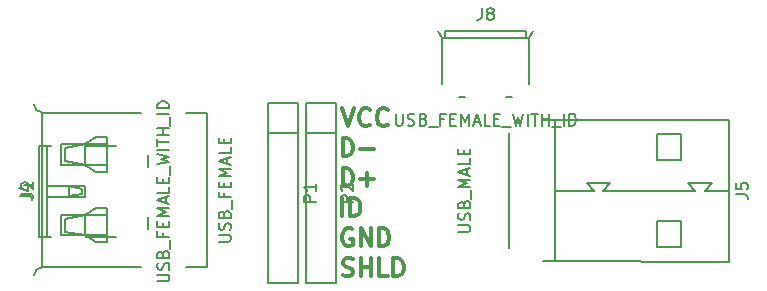
<source format=gto>
G04 #@! TF.FileFunction,Legend,Top*
%FSLAX46Y46*%
G04 Gerber Fmt 4.6, Leading zero omitted, Abs format (unit mm)*
G04 Created by KiCad (PCBNEW (2015-01-08 BZR 5360)-product) date 2015-02-07T22:59:37 CET*
%MOMM*%
G01*
G04 APERTURE LIST*
%ADD10C,0.100000*%
%ADD11C,0.300000*%
%ADD12C,0.150000*%
G04 APERTURE END LIST*
D10*
D11*
X84995000Y-65853571D02*
X85495000Y-67353571D01*
X85995000Y-65853571D01*
X87352143Y-67210714D02*
X87280714Y-67282143D01*
X87066428Y-67353571D01*
X86923571Y-67353571D01*
X86709286Y-67282143D01*
X86566428Y-67139286D01*
X86495000Y-66996429D01*
X86423571Y-66710714D01*
X86423571Y-66496429D01*
X86495000Y-66210714D01*
X86566428Y-66067857D01*
X86709286Y-65925000D01*
X86923571Y-65853571D01*
X87066428Y-65853571D01*
X87280714Y-65925000D01*
X87352143Y-65996429D01*
X88852143Y-67210714D02*
X88780714Y-67282143D01*
X88566428Y-67353571D01*
X88423571Y-67353571D01*
X88209286Y-67282143D01*
X88066428Y-67139286D01*
X87995000Y-66996429D01*
X87923571Y-66710714D01*
X87923571Y-66496429D01*
X87995000Y-66210714D01*
X88066428Y-66067857D01*
X88209286Y-65925000D01*
X88423571Y-65853571D01*
X88566428Y-65853571D01*
X88780714Y-65925000D01*
X88852143Y-65996429D01*
X85038572Y-69893571D02*
X85038572Y-68393571D01*
X85395715Y-68393571D01*
X85610000Y-68465000D01*
X85752858Y-68607857D01*
X85824286Y-68750714D01*
X85895715Y-69036429D01*
X85895715Y-69250714D01*
X85824286Y-69536429D01*
X85752858Y-69679286D01*
X85610000Y-69822143D01*
X85395715Y-69893571D01*
X85038572Y-69893571D01*
X86538572Y-69322143D02*
X87681429Y-69322143D01*
X85038572Y-72433571D02*
X85038572Y-70933571D01*
X85395715Y-70933571D01*
X85610000Y-71005000D01*
X85752858Y-71147857D01*
X85824286Y-71290714D01*
X85895715Y-71576429D01*
X85895715Y-71790714D01*
X85824286Y-72076429D01*
X85752858Y-72219286D01*
X85610000Y-72362143D01*
X85395715Y-72433571D01*
X85038572Y-72433571D01*
X86538572Y-71862143D02*
X87681429Y-71862143D01*
X87110000Y-72433571D02*
X87110000Y-71290714D01*
X84975000Y-74973571D02*
X84975000Y-73473571D01*
X85689286Y-74973571D02*
X85689286Y-73473571D01*
X86046429Y-73473571D01*
X86260714Y-73545000D01*
X86403572Y-73687857D01*
X86475000Y-73830714D01*
X86546429Y-74116429D01*
X86546429Y-74330714D01*
X86475000Y-74616429D01*
X86403572Y-74759286D01*
X86260714Y-74902143D01*
X86046429Y-74973571D01*
X85689286Y-74973571D01*
X85852143Y-76085000D02*
X85709286Y-76013571D01*
X85495000Y-76013571D01*
X85280715Y-76085000D01*
X85137857Y-76227857D01*
X85066429Y-76370714D01*
X84995000Y-76656429D01*
X84995000Y-76870714D01*
X85066429Y-77156429D01*
X85137857Y-77299286D01*
X85280715Y-77442143D01*
X85495000Y-77513571D01*
X85637857Y-77513571D01*
X85852143Y-77442143D01*
X85923572Y-77370714D01*
X85923572Y-76870714D01*
X85637857Y-76870714D01*
X86566429Y-77513571D02*
X86566429Y-76013571D01*
X87423572Y-77513571D01*
X87423572Y-76013571D01*
X88137858Y-77513571D02*
X88137858Y-76013571D01*
X88495001Y-76013571D01*
X88709286Y-76085000D01*
X88852144Y-76227857D01*
X88923572Y-76370714D01*
X88995001Y-76656429D01*
X88995001Y-76870714D01*
X88923572Y-77156429D01*
X88852144Y-77299286D01*
X88709286Y-77442143D01*
X88495001Y-77513571D01*
X88137858Y-77513571D01*
X85058571Y-79982143D02*
X85272857Y-80053571D01*
X85630000Y-80053571D01*
X85772857Y-79982143D01*
X85844286Y-79910714D01*
X85915714Y-79767857D01*
X85915714Y-79625000D01*
X85844286Y-79482143D01*
X85772857Y-79410714D01*
X85630000Y-79339286D01*
X85344286Y-79267857D01*
X85201428Y-79196429D01*
X85130000Y-79125000D01*
X85058571Y-78982143D01*
X85058571Y-78839286D01*
X85130000Y-78696429D01*
X85201428Y-78625000D01*
X85344286Y-78553571D01*
X85701428Y-78553571D01*
X85915714Y-78625000D01*
X86558571Y-80053571D02*
X86558571Y-78553571D01*
X86558571Y-79267857D02*
X87415714Y-79267857D01*
X87415714Y-80053571D02*
X87415714Y-78553571D01*
X88844286Y-80053571D02*
X88130000Y-80053571D01*
X88130000Y-78553571D01*
X89344286Y-80053571D02*
X89344286Y-78553571D01*
X89701429Y-78553571D01*
X89915714Y-78625000D01*
X90058572Y-78767857D01*
X90130000Y-78910714D01*
X90201429Y-79196429D01*
X90201429Y-79410714D01*
X90130000Y-79696429D01*
X90058572Y-79839286D01*
X89915714Y-79982143D01*
X89701429Y-80053571D01*
X89344286Y-80053571D01*
D12*
X81280000Y-67945000D02*
X81280000Y-80645000D01*
X81280000Y-80645000D02*
X78740000Y-80645000D01*
X78740000Y-80645000D02*
X78740000Y-67945000D01*
X81280000Y-65405000D02*
X81280000Y-67945000D01*
X81280000Y-67945000D02*
X78740000Y-67945000D01*
X81280000Y-65405000D02*
X78740000Y-65405000D01*
X78740000Y-65405000D02*
X78740000Y-67945000D01*
X84455000Y-67945000D02*
X84455000Y-80645000D01*
X84455000Y-80645000D02*
X81915000Y-80645000D01*
X81915000Y-80645000D02*
X81915000Y-67945000D01*
X84455000Y-65405000D02*
X84455000Y-67945000D01*
X84455000Y-67945000D02*
X81915000Y-67945000D01*
X84455000Y-65405000D02*
X81915000Y-65405000D01*
X81915000Y-65405000D02*
X81915000Y-67945000D01*
X68000000Y-79300000D02*
X59600000Y-79300000D01*
X73600000Y-79300000D02*
X71800000Y-79300000D01*
X68000000Y-66200000D02*
X59600000Y-66200000D01*
X73600000Y-66200000D02*
X71800000Y-66200000D01*
X61200000Y-76600000D02*
X63150000Y-76600000D01*
X61200000Y-74900000D02*
X61200000Y-76600000D01*
X63200000Y-74900000D02*
X61200000Y-74900000D01*
X63200000Y-74900000D02*
X65100000Y-74900000D01*
X63150000Y-76600000D02*
X65100000Y-76600000D01*
X64150000Y-77200000D02*
X63250000Y-76600000D01*
X65100000Y-77200000D02*
X64150000Y-77200000D01*
X64150000Y-74300000D02*
X63250000Y-74900000D01*
X65100000Y-74300000D02*
X64150000Y-74300000D01*
X65100000Y-77200000D02*
X65100000Y-74300000D01*
X63250000Y-74900000D02*
X63250000Y-76600000D01*
X61500000Y-75200000D02*
X61500000Y-76300000D01*
X61500000Y-76300000D02*
X63250000Y-76600000D01*
X61500000Y-75200000D02*
X63250000Y-74900000D01*
X61500000Y-69200000D02*
X63250000Y-68900000D01*
X61500000Y-70300000D02*
X63250000Y-70600000D01*
X61500000Y-69200000D02*
X61500000Y-70300000D01*
X63250000Y-68900000D02*
X63250000Y-70600000D01*
X65100000Y-71200000D02*
X65100000Y-68300000D01*
X65100000Y-68300000D02*
X64150000Y-68300000D01*
X64150000Y-68300000D02*
X63250000Y-68900000D01*
X65100000Y-71200000D02*
X64150000Y-71200000D01*
X64150000Y-71200000D02*
X63250000Y-70600000D01*
X63150000Y-70600000D02*
X65100000Y-70600000D01*
X63200000Y-68900000D02*
X65100000Y-68900000D01*
X63200000Y-68900000D02*
X61200000Y-68900000D01*
X61200000Y-68900000D02*
X61200000Y-70600000D01*
X61200000Y-70600000D02*
X63150000Y-70600000D01*
X59600000Y-79300000D02*
G75*
G03X58900000Y-80000000I0J-700000D01*
G01*
X58900000Y-65500000D02*
G75*
G03X59600000Y-66200000I700000J0D01*
G01*
X73600000Y-66200000D02*
X73600000Y-79300000D01*
X59600000Y-79300000D02*
X59600000Y-66200000D01*
X117760000Y-78810000D02*
X103030000Y-78800000D01*
X103010000Y-66800000D02*
X117760000Y-66800000D01*
X103030000Y-66800000D02*
X102000000Y-66800000D01*
X103030000Y-78800000D02*
X102000000Y-78800000D01*
X99120000Y-67950000D02*
X99120000Y-77650000D01*
X113700000Y-68000000D02*
X111700000Y-68000000D01*
X111700000Y-68000000D02*
X111700000Y-70200000D01*
X111700000Y-70200000D02*
X113700000Y-70200000D01*
X113700000Y-70200000D02*
X113700000Y-68000000D01*
X113700000Y-77600000D02*
X111700000Y-77600000D01*
X111700000Y-77600000D02*
X111700000Y-75400000D01*
X111700000Y-75400000D02*
X113700000Y-75400000D01*
X113700000Y-75400000D02*
X113700000Y-77600000D01*
X103100000Y-72800000D02*
X106300000Y-72800000D01*
X106300000Y-72800000D02*
X105700000Y-72200000D01*
X105700000Y-72200000D02*
X107700000Y-72200000D01*
X107700000Y-72200000D02*
X107100000Y-72800000D01*
X107100000Y-72800000D02*
X114900000Y-72800000D01*
X114900000Y-72800000D02*
X114300000Y-72200000D01*
X114300000Y-72200000D02*
X116300000Y-72200000D01*
X116300000Y-72200000D02*
X115700000Y-72800000D01*
X115700000Y-72800000D02*
X117700000Y-72800000D01*
X103030000Y-78800000D02*
X103030000Y-66800000D01*
X117760000Y-66800000D02*
X117760000Y-78800000D01*
X63350000Y-69050000D02*
X65850000Y-69050000D01*
X59350000Y-69050000D02*
X60350000Y-69050000D01*
X60350000Y-76750000D02*
X59350000Y-76750000D01*
X65850000Y-76750000D02*
X63350000Y-76750000D01*
X68600000Y-75000000D02*
X68600000Y-76050000D01*
X68600000Y-69750000D02*
X68600000Y-70800000D01*
X61900000Y-73300000D02*
X63000000Y-73100000D01*
X63000000Y-73100000D02*
X63000000Y-72700000D01*
X63000000Y-72700000D02*
X61900000Y-72450000D01*
X61900000Y-72450000D02*
X61900000Y-73350000D01*
X60050000Y-72450000D02*
X63250000Y-72450000D01*
X63250000Y-72450000D02*
X63250000Y-73350000D01*
X63250000Y-73350000D02*
X60050000Y-73350000D01*
X60050000Y-69050000D02*
X60050000Y-76750000D01*
X59350000Y-76750000D02*
X59350000Y-69050000D01*
X93450000Y-59900000D02*
X93450000Y-63800000D01*
X100850000Y-63800000D02*
X100850000Y-59900000D01*
X98900000Y-64900000D02*
X99400000Y-64900000D01*
X94900000Y-64900000D02*
X95400000Y-64900000D01*
X93750000Y-59300000D02*
X100550000Y-59300000D01*
X100550000Y-59300000D02*
X100550000Y-59900000D01*
X93750000Y-59300000D02*
X93750000Y-59900000D01*
X93450000Y-59900000D02*
X93150000Y-59300000D01*
X100850000Y-59900000D02*
X101150000Y-59300000D01*
X93450000Y-59900000D02*
X100850000Y-59900000D01*
X82748381Y-73763095D02*
X81748381Y-73763095D01*
X81748381Y-73382142D01*
X81796000Y-73286904D01*
X81843619Y-73239285D01*
X81938857Y-73191666D01*
X82081714Y-73191666D01*
X82176952Y-73239285D01*
X82224571Y-73286904D01*
X82272190Y-73382142D01*
X82272190Y-73763095D01*
X82748381Y-72239285D02*
X82748381Y-72810714D01*
X82748381Y-72525000D02*
X81748381Y-72525000D01*
X81891238Y-72620238D01*
X81986476Y-72715476D01*
X82034095Y-72810714D01*
X85923381Y-73763095D02*
X84923381Y-73763095D01*
X84923381Y-73382142D01*
X84971000Y-73286904D01*
X85018619Y-73239285D01*
X85113857Y-73191666D01*
X85256714Y-73191666D01*
X85351952Y-73239285D01*
X85399571Y-73286904D01*
X85447190Y-73382142D01*
X85447190Y-73763095D01*
X85018619Y-72810714D02*
X84971000Y-72763095D01*
X84923381Y-72667857D01*
X84923381Y-72429761D01*
X84971000Y-72334523D01*
X85018619Y-72286904D01*
X85113857Y-72239285D01*
X85209095Y-72239285D01*
X85351952Y-72286904D01*
X85923381Y-72858333D01*
X85923381Y-72239285D01*
X57852381Y-73083333D02*
X58566667Y-73083333D01*
X58709524Y-73130953D01*
X58804762Y-73226191D01*
X58852381Y-73369048D01*
X58852381Y-73464286D01*
X57947619Y-72654762D02*
X57900000Y-72607143D01*
X57852381Y-72511905D01*
X57852381Y-72273809D01*
X57900000Y-72178571D01*
X57947619Y-72130952D01*
X58042857Y-72083333D01*
X58138095Y-72083333D01*
X58280952Y-72130952D01*
X58852381Y-72702381D01*
X58852381Y-72083333D01*
X74552381Y-77130953D02*
X75361905Y-77130953D01*
X75457143Y-77083334D01*
X75504762Y-77035715D01*
X75552381Y-76940477D01*
X75552381Y-76750000D01*
X75504762Y-76654762D01*
X75457143Y-76607143D01*
X75361905Y-76559524D01*
X74552381Y-76559524D01*
X75504762Y-76130953D02*
X75552381Y-75988096D01*
X75552381Y-75750000D01*
X75504762Y-75654762D01*
X75457143Y-75607143D01*
X75361905Y-75559524D01*
X75266667Y-75559524D01*
X75171429Y-75607143D01*
X75123810Y-75654762D01*
X75076190Y-75750000D01*
X75028571Y-75940477D01*
X74980952Y-76035715D01*
X74933333Y-76083334D01*
X74838095Y-76130953D01*
X74742857Y-76130953D01*
X74647619Y-76083334D01*
X74600000Y-76035715D01*
X74552381Y-75940477D01*
X74552381Y-75702381D01*
X74600000Y-75559524D01*
X75028571Y-74797619D02*
X75076190Y-74654762D01*
X75123810Y-74607143D01*
X75219048Y-74559524D01*
X75361905Y-74559524D01*
X75457143Y-74607143D01*
X75504762Y-74654762D01*
X75552381Y-74750000D01*
X75552381Y-75130953D01*
X74552381Y-75130953D01*
X74552381Y-74797619D01*
X74600000Y-74702381D01*
X74647619Y-74654762D01*
X74742857Y-74607143D01*
X74838095Y-74607143D01*
X74933333Y-74654762D01*
X74980952Y-74702381D01*
X75028571Y-74797619D01*
X75028571Y-75130953D01*
X75647619Y-74369048D02*
X75647619Y-73607143D01*
X75028571Y-73035714D02*
X75028571Y-73369048D01*
X75552381Y-73369048D02*
X74552381Y-73369048D01*
X74552381Y-72892857D01*
X75028571Y-72511905D02*
X75028571Y-72178571D01*
X75552381Y-72035714D02*
X75552381Y-72511905D01*
X74552381Y-72511905D01*
X74552381Y-72035714D01*
X75552381Y-71607143D02*
X74552381Y-71607143D01*
X75266667Y-71273809D01*
X74552381Y-70940476D01*
X75552381Y-70940476D01*
X75266667Y-70511905D02*
X75266667Y-70035714D01*
X75552381Y-70607143D02*
X74552381Y-70273810D01*
X75552381Y-69940476D01*
X75552381Y-69130952D02*
X75552381Y-69607143D01*
X74552381Y-69607143D01*
X75028571Y-68797619D02*
X75028571Y-68464285D01*
X75552381Y-68321428D02*
X75552381Y-68797619D01*
X74552381Y-68797619D01*
X74552381Y-68321428D01*
X118352381Y-73133333D02*
X119066667Y-73133333D01*
X119209524Y-73180953D01*
X119304762Y-73276191D01*
X119352381Y-73419048D01*
X119352381Y-73514286D01*
X118352381Y-72180952D02*
X118352381Y-72657143D01*
X118828571Y-72704762D01*
X118780952Y-72657143D01*
X118733333Y-72561905D01*
X118733333Y-72323809D01*
X118780952Y-72228571D01*
X118828571Y-72180952D01*
X118923810Y-72133333D01*
X119161905Y-72133333D01*
X119257143Y-72180952D01*
X119304762Y-72228571D01*
X119352381Y-72323809D01*
X119352381Y-72561905D01*
X119304762Y-72657143D01*
X119257143Y-72704762D01*
X94852381Y-76300000D02*
X95661905Y-76300000D01*
X95757143Y-76252381D01*
X95804762Y-76204762D01*
X95852381Y-76109524D01*
X95852381Y-75919047D01*
X95804762Y-75823809D01*
X95757143Y-75776190D01*
X95661905Y-75728571D01*
X94852381Y-75728571D01*
X95804762Y-75300000D02*
X95852381Y-75157143D01*
X95852381Y-74919047D01*
X95804762Y-74823809D01*
X95757143Y-74776190D01*
X95661905Y-74728571D01*
X95566667Y-74728571D01*
X95471429Y-74776190D01*
X95423810Y-74823809D01*
X95376190Y-74919047D01*
X95328571Y-75109524D01*
X95280952Y-75204762D01*
X95233333Y-75252381D01*
X95138095Y-75300000D01*
X95042857Y-75300000D01*
X94947619Y-75252381D01*
X94900000Y-75204762D01*
X94852381Y-75109524D01*
X94852381Y-74871428D01*
X94900000Y-74728571D01*
X95328571Y-73966666D02*
X95376190Y-73823809D01*
X95423810Y-73776190D01*
X95519048Y-73728571D01*
X95661905Y-73728571D01*
X95757143Y-73776190D01*
X95804762Y-73823809D01*
X95852381Y-73919047D01*
X95852381Y-74300000D01*
X94852381Y-74300000D01*
X94852381Y-73966666D01*
X94900000Y-73871428D01*
X94947619Y-73823809D01*
X95042857Y-73776190D01*
X95138095Y-73776190D01*
X95233333Y-73823809D01*
X95280952Y-73871428D01*
X95328571Y-73966666D01*
X95328571Y-74300000D01*
X95947619Y-73538095D02*
X95947619Y-72776190D01*
X95852381Y-72538095D02*
X94852381Y-72538095D01*
X95566667Y-72204761D01*
X94852381Y-71871428D01*
X95852381Y-71871428D01*
X95566667Y-71442857D02*
X95566667Y-70966666D01*
X95852381Y-71538095D02*
X94852381Y-71204762D01*
X95852381Y-70871428D01*
X95852381Y-70061904D02*
X95852381Y-70538095D01*
X94852381Y-70538095D01*
X95328571Y-69728571D02*
X95328571Y-69395237D01*
X95852381Y-69252380D02*
X95852381Y-69728571D01*
X94852381Y-69728571D01*
X94852381Y-69252380D01*
X57702381Y-73233333D02*
X58416667Y-73233333D01*
X58559524Y-73280953D01*
X58654762Y-73376191D01*
X58702381Y-73519048D01*
X58702381Y-73614286D01*
X58035714Y-72328571D02*
X58702381Y-72328571D01*
X57654762Y-72566667D02*
X58369048Y-72804762D01*
X58369048Y-72185714D01*
X69352381Y-80495238D02*
X70161905Y-80495238D01*
X70257143Y-80447619D01*
X70304762Y-80400000D01*
X70352381Y-80304762D01*
X70352381Y-80114285D01*
X70304762Y-80019047D01*
X70257143Y-79971428D01*
X70161905Y-79923809D01*
X69352381Y-79923809D01*
X70304762Y-79495238D02*
X70352381Y-79352381D01*
X70352381Y-79114285D01*
X70304762Y-79019047D01*
X70257143Y-78971428D01*
X70161905Y-78923809D01*
X70066667Y-78923809D01*
X69971429Y-78971428D01*
X69923810Y-79019047D01*
X69876190Y-79114285D01*
X69828571Y-79304762D01*
X69780952Y-79400000D01*
X69733333Y-79447619D01*
X69638095Y-79495238D01*
X69542857Y-79495238D01*
X69447619Y-79447619D01*
X69400000Y-79400000D01*
X69352381Y-79304762D01*
X69352381Y-79066666D01*
X69400000Y-78923809D01*
X69828571Y-78161904D02*
X69876190Y-78019047D01*
X69923810Y-77971428D01*
X70019048Y-77923809D01*
X70161905Y-77923809D01*
X70257143Y-77971428D01*
X70304762Y-78019047D01*
X70352381Y-78114285D01*
X70352381Y-78495238D01*
X69352381Y-78495238D01*
X69352381Y-78161904D01*
X69400000Y-78066666D01*
X69447619Y-78019047D01*
X69542857Y-77971428D01*
X69638095Y-77971428D01*
X69733333Y-78019047D01*
X69780952Y-78066666D01*
X69828571Y-78161904D01*
X69828571Y-78495238D01*
X70447619Y-77733333D02*
X70447619Y-76971428D01*
X69828571Y-76399999D02*
X69828571Y-76733333D01*
X70352381Y-76733333D02*
X69352381Y-76733333D01*
X69352381Y-76257142D01*
X69828571Y-75876190D02*
X69828571Y-75542856D01*
X70352381Y-75399999D02*
X70352381Y-75876190D01*
X69352381Y-75876190D01*
X69352381Y-75399999D01*
X70352381Y-74971428D02*
X69352381Y-74971428D01*
X70066667Y-74638094D01*
X69352381Y-74304761D01*
X70352381Y-74304761D01*
X70066667Y-73876190D02*
X70066667Y-73399999D01*
X70352381Y-73971428D02*
X69352381Y-73638095D01*
X70352381Y-73304761D01*
X70352381Y-72495237D02*
X70352381Y-72971428D01*
X69352381Y-72971428D01*
X69828571Y-72161904D02*
X69828571Y-71828570D01*
X70352381Y-71685713D02*
X70352381Y-72161904D01*
X69352381Y-72161904D01*
X69352381Y-71685713D01*
X70447619Y-71495237D02*
X70447619Y-70733332D01*
X69352381Y-70590475D02*
X70352381Y-70352380D01*
X69638095Y-70161903D01*
X70352381Y-69971427D01*
X69352381Y-69733332D01*
X70352381Y-69352380D02*
X69352381Y-69352380D01*
X69352381Y-69019047D02*
X69352381Y-68447618D01*
X70352381Y-68733333D02*
X69352381Y-68733333D01*
X70352381Y-68114285D02*
X69352381Y-68114285D01*
X69828571Y-68114285D02*
X69828571Y-67542856D01*
X70352381Y-67542856D02*
X69352381Y-67542856D01*
X70447619Y-67304761D02*
X70447619Y-66542856D01*
X70352381Y-66304761D02*
X69352381Y-66304761D01*
X70352381Y-65828571D02*
X69352381Y-65828571D01*
X69352381Y-65590476D01*
X69400000Y-65447618D01*
X69495238Y-65352380D01*
X69590476Y-65304761D01*
X69780952Y-65257142D01*
X69923810Y-65257142D01*
X70114286Y-65304761D01*
X70209524Y-65352380D01*
X70304762Y-65447618D01*
X70352381Y-65590476D01*
X70352381Y-65828571D01*
X96816667Y-57352381D02*
X96816667Y-58066667D01*
X96769047Y-58209524D01*
X96673809Y-58304762D01*
X96530952Y-58352381D01*
X96435714Y-58352381D01*
X97435714Y-57780952D02*
X97340476Y-57733333D01*
X97292857Y-57685714D01*
X97245238Y-57590476D01*
X97245238Y-57542857D01*
X97292857Y-57447619D01*
X97340476Y-57400000D01*
X97435714Y-57352381D01*
X97626191Y-57352381D01*
X97721429Y-57400000D01*
X97769048Y-57447619D01*
X97816667Y-57542857D01*
X97816667Y-57590476D01*
X97769048Y-57685714D01*
X97721429Y-57733333D01*
X97626191Y-57780952D01*
X97435714Y-57780952D01*
X97340476Y-57828571D01*
X97292857Y-57876190D01*
X97245238Y-57971429D01*
X97245238Y-58161905D01*
X97292857Y-58257143D01*
X97340476Y-58304762D01*
X97435714Y-58352381D01*
X97626191Y-58352381D01*
X97721429Y-58304762D01*
X97769048Y-58257143D01*
X97816667Y-58161905D01*
X97816667Y-57971429D01*
X97769048Y-57876190D01*
X97721429Y-57828571D01*
X97626191Y-57780952D01*
X89554762Y-66302381D02*
X89554762Y-67111905D01*
X89602381Y-67207143D01*
X89650000Y-67254762D01*
X89745238Y-67302381D01*
X89935715Y-67302381D01*
X90030953Y-67254762D01*
X90078572Y-67207143D01*
X90126191Y-67111905D01*
X90126191Y-66302381D01*
X90554762Y-67254762D02*
X90697619Y-67302381D01*
X90935715Y-67302381D01*
X91030953Y-67254762D01*
X91078572Y-67207143D01*
X91126191Y-67111905D01*
X91126191Y-67016667D01*
X91078572Y-66921429D01*
X91030953Y-66873810D01*
X90935715Y-66826190D01*
X90745238Y-66778571D01*
X90650000Y-66730952D01*
X90602381Y-66683333D01*
X90554762Y-66588095D01*
X90554762Y-66492857D01*
X90602381Y-66397619D01*
X90650000Y-66350000D01*
X90745238Y-66302381D01*
X90983334Y-66302381D01*
X91126191Y-66350000D01*
X91888096Y-66778571D02*
X92030953Y-66826190D01*
X92078572Y-66873810D01*
X92126191Y-66969048D01*
X92126191Y-67111905D01*
X92078572Y-67207143D01*
X92030953Y-67254762D01*
X91935715Y-67302381D01*
X91554762Y-67302381D01*
X91554762Y-66302381D01*
X91888096Y-66302381D01*
X91983334Y-66350000D01*
X92030953Y-66397619D01*
X92078572Y-66492857D01*
X92078572Y-66588095D01*
X92030953Y-66683333D01*
X91983334Y-66730952D01*
X91888096Y-66778571D01*
X91554762Y-66778571D01*
X92316667Y-67397619D02*
X93078572Y-67397619D01*
X93650001Y-66778571D02*
X93316667Y-66778571D01*
X93316667Y-67302381D02*
X93316667Y-66302381D01*
X93792858Y-66302381D01*
X94173810Y-66778571D02*
X94507144Y-66778571D01*
X94650001Y-67302381D02*
X94173810Y-67302381D01*
X94173810Y-66302381D01*
X94650001Y-66302381D01*
X95078572Y-67302381D02*
X95078572Y-66302381D01*
X95411906Y-67016667D01*
X95745239Y-66302381D01*
X95745239Y-67302381D01*
X96173810Y-67016667D02*
X96650001Y-67016667D01*
X96078572Y-67302381D02*
X96411905Y-66302381D01*
X96745239Y-67302381D01*
X97554763Y-67302381D02*
X97078572Y-67302381D01*
X97078572Y-66302381D01*
X97888096Y-66778571D02*
X98221430Y-66778571D01*
X98364287Y-67302381D02*
X97888096Y-67302381D01*
X97888096Y-66302381D01*
X98364287Y-66302381D01*
X98554763Y-67397619D02*
X99316668Y-67397619D01*
X99459525Y-66302381D02*
X99697620Y-67302381D01*
X99888097Y-66588095D01*
X100078573Y-67302381D01*
X100316668Y-66302381D01*
X100697620Y-67302381D02*
X100697620Y-66302381D01*
X101030953Y-66302381D02*
X101602382Y-66302381D01*
X101316667Y-67302381D02*
X101316667Y-66302381D01*
X101935715Y-67302381D02*
X101935715Y-66302381D01*
X101935715Y-66778571D02*
X102507144Y-66778571D01*
X102507144Y-67302381D02*
X102507144Y-66302381D01*
X102745239Y-67397619D02*
X103507144Y-67397619D01*
X103745239Y-67302381D02*
X103745239Y-66302381D01*
X104221429Y-67302381D02*
X104221429Y-66302381D01*
X104459524Y-66302381D01*
X104602382Y-66350000D01*
X104697620Y-66445238D01*
X104745239Y-66540476D01*
X104792858Y-66730952D01*
X104792858Y-66873810D01*
X104745239Y-67064286D01*
X104697620Y-67159524D01*
X104602382Y-67254762D01*
X104459524Y-67302381D01*
X104221429Y-67302381D01*
M02*

</source>
